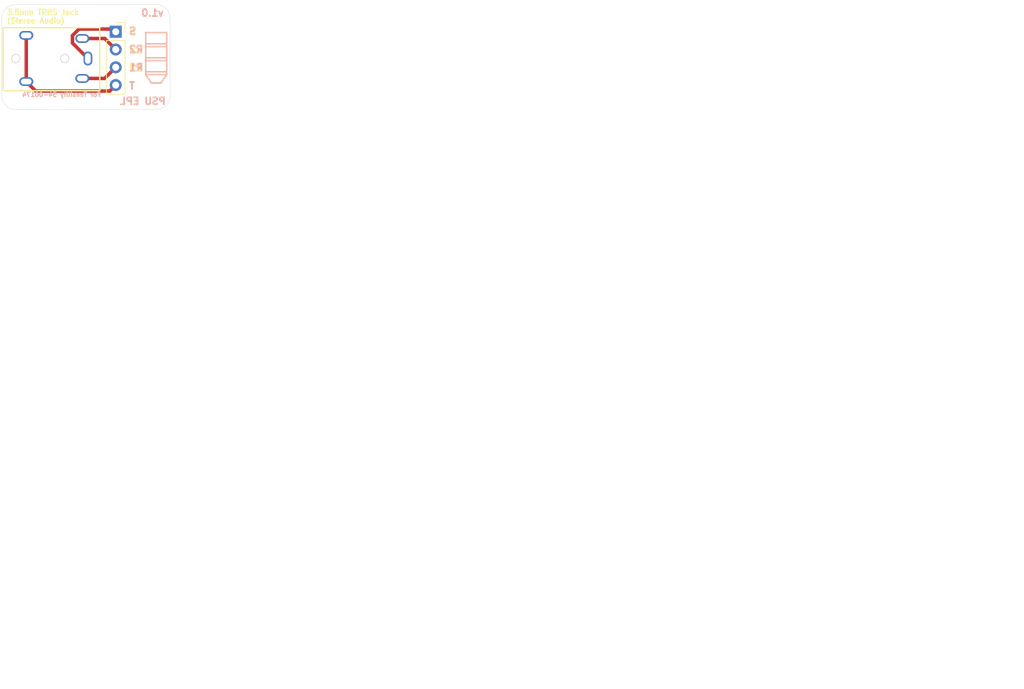
<source format=kicad_pcb>
(kicad_pcb (version 20241229) (generator "pcbnew") (generator_version "9.0")
  (layers (0 "F.Cu" signal) (2 "B.Cu" signal) (13 "F.Paste" user) (15 "B.Paste" user) (5 "F.SilkS" user "F.Silkscreen") (7 "B.SilkS" user "B.Silkscreen") (1 "F.Mask" user) (3 "B.Mask" user) (25 "Edge.Cuts" user))
  (property "AUTHOR" "Asa Anderson")
  (property "BOARD_REV" "1.0")
  (property "BOARD_REV_DATE" "Apr 5 2025")
  (property "GIT_SHORTHASH" "SH_PLHD")
  (property "PROJECT_GIT" "github.com/tandej/3_5mm-jack-breakout")
  (property "SCH_REV" "1.0")
  (property "SCH_REV_DATE" "Apr 3 2025")
  (net 0 "")
  (net 1 "/R1")
  (net 2 "/T")
  (net 3 "/R2")
  (net 4 "/S")
  (footprint "54-00174:tensility-54-00174" (layer "F.Cu") (at 138.75 103.7)
    (property "Reference" "J1" (hide yes))
    (property "Value" "AudioJack4" (hide yes))
    (fp_rect (start 0.2 -4.4) (end 14 4.6) (stroke (width 0.2)) (fill no) (layer "F.SilkS"))
    (fp_circle (center 2 0) (end 2.6 0) (stroke (width 0.1)) (fill no) (layer "Edge.Cuts"))
    (fp_circle (center 9 0) (end 9.6 0) (stroke (width 0.1)) (fill no) (layer "Edge.Cuts"))
    (pad "R1" thru_hole roundrect (at 11.5 2.85) (size 2 1.25) (drill oval 1.5 0.8) (layers "*.Cu" "*.Mask") (roundrect_rratio 0.5) (net 1 "/R1"))
    (pad "R2" thru_hole roundrect (at 11.5 -2.85) (size 2 1.25) (drill oval 1.5 0.8) (layers "*.Cu" "*.Mask") (roundrect_rratio 0.5) (net 3 "/R2"))
    (pad "S" thru_hole roundrect (at 12.3 0 90) (size 2 1.25) (drill oval 1.5 0.8) (layers "*.Cu" "*.Mask") (roundrect_rratio 0.5) (net 4 "/S"))
    (pad "T" thru_hole roundrect (at 3.5 -3.3) (size 2 1.25) (drill oval 1.5 0.8) (layers "*.Cu" "*.Mask") (roundrect_rratio 0.5) (net 2 "/T"))
    (pad "T" thru_hole roundrect (at 3.5 3.3) (size 2 1.25) (drill oval 1.5 0.8) (layers "*.Cu" "*.Mask") (roundrect_rratio 0.5) (net 2 "/T"))
  )
  (footprint "Connector_PinSocket_2.54mm:PinSocket_1x04_P2.54mm_Vertical" (layer "F.Cu") (at 155.025 99.88)
    (property "Reference" "J2" (hide yes))
    (property "Value" "Conn_01x04" (hide yes))
    (fp_line (start -1.33 1.27) (end -1.33 8.95) (stroke (width 0.12)) (layer "F.SilkS"))
    (fp_line (start -1.33 1.27) (end 1.33 1.27) (stroke (width 0.12)) (layer "F.SilkS"))
    (fp_line (start -1.33 8.95) (end 1.33 8.95) (stroke (width 0.12)) (layer "F.SilkS"))
    (fp_line (start 0 -1.33) (end 1.33 -1.33) (stroke (width 0.12)) (layer "F.SilkS"))
    (fp_line (start 1.33 -1.33) (end 1.33 0) (stroke (width 0.12)) (layer "F.SilkS"))
    (fp_line (start 1.33 1.27) (end 1.33 8.95) (stroke (width 0.12)) (layer "F.SilkS"))
    (pad "1" thru_hole rect (at 0 0) (size 1.7 1.7) (drill 1) (layers "*.Cu" "*.Mask") (net 4 "/S"))
    (pad "2" thru_hole circle (at 0 2.54) (size 1.7 1.7) (drill 1) (layers "*.Cu" "*.Mask") (net 3 "/R2"))
    (pad "3" thru_hole circle (at 0 5.08) (size 1.7 1.7) (drill 1) (layers "*.Cu" "*.Mask") (net 1 "/R1"))
    (pad "4" thru_hole circle (at 0 7.62) (size 1.7 1.7) (drill 1) (layers "*.Cu" "*.Mask") (net 2 "/T"))
  )
  (gr_line (start 159.3 106) (end 160.1 107.2) (stroke (width 0.2)) (layer "F.SilkS"))
  (gr_line (start 159.3 100) (end 162.3 100) (stroke (width 0.2)) (layer "F.SilkS"))
  (gr_line (start 162.3 106) (end 159.3 106) (stroke (width 0.2)) (layer "F.SilkS"))
  (gr_line (start 162.3 105.6) (end 159.3 105.6) (stroke (width 0.2)) (layer "F.SilkS"))
  (gr_line (start 159.3 102) (end 159.3 104) (stroke (width 0.2)) (layer "F.SilkS"))
  (gr_line (start 161.5 107.2) (end 162.3 106) (stroke (width 0.2)) (layer "F.SilkS"))
  (gr_line (start 162.3 104) (end 162.3 102) (stroke (width 0.2)) (layer "F.SilkS"))
  (gr_line (start 162.3 100) (end 162.3 102) (stroke (width 0.2)) (layer "F.SilkS"))
  (gr_line (start 159.3 106) (end 159.3 104) (stroke (width 0.2)) (layer "F.SilkS"))
  (gr_line (start 159.3 104) (end 162.3 104) (stroke (width 0.2)) (layer "F.SilkS"))
  (gr_line (start 162.3 101.6) (end 159.3 101.6) (stroke (width 0.2)) (layer "F.SilkS"))
  (gr_line (start 159.3 102) (end 159.3 100) (stroke (width 0.2)) (layer "F.SilkS"))
  (gr_line (start 162.3 102) (end 159.3 102) (stroke (width 0.2)) (layer "F.SilkS"))
  (gr_line (start 162.3 106) (end 162.3 104) (stroke (width 0.2)) (layer "F.SilkS"))
  (gr_line (start 159.3 103.6) (end 162.3 103.6) (stroke (width 0.2)) (layer "F.SilkS"))
  (gr_line (start 160.1 107.2) (end 161.5 107.2) (stroke (width 0.2)) (layer "F.SilkS"))
  (gr_line (start 160.1 107.2) (end 159.3 106) (stroke (width 0.2)) (layer "B.SilkS"))
  (gr_line (start 159.3 106) (end 162.3 106) (stroke (width 0.2)) (layer "B.SilkS"))
  (gr_line (start 162.3 106) (end 162.3 104) (stroke (width 0.2)) (layer "B.SilkS"))
  (gr_line (start 162.3 102) (end 162.3 100) (stroke (width 0.2)) (layer "B.SilkS"))
  (gr_line (start 161.5 107.2) (end 160.1 107.2) (stroke (width 0.2)) (layer "B.SilkS"))
  (gr_line (start 162.3 100) (end 159.3 100) (stroke (width 0.2)) (layer "B.SilkS"))
  (gr_line (start 162.3 103.6) (end 159.3 103.6) (stroke (width 0.2)) (layer "B.SilkS"))
  (gr_line (start 159.3 100) (end 159.3 102) (stroke (width 0.2)) (layer "B.SilkS"))
  (gr_line (start 159.3 106) (end 159.3 104) (stroke (width 0.2)) (layer "B.SilkS"))
  (gr_line (start 162.3 104) (end 159.3 104) (stroke (width 0.2)) (layer "B.SilkS"))
  (gr_line (start 159.3 105.6) (end 162.3 105.6) (stroke (width 0.2)) (layer "B.SilkS"))
  (gr_line (start 159.3 104) (end 159.3 102) (stroke (width 0.2)) (layer "B.SilkS"))
  (gr_line (start 159.3 102) (end 162.3 102) (stroke (width 0.2)) (layer "B.SilkS"))
  (gr_line (start 162.3 106) (end 161.5 107.2) (stroke (width 0.2)) (layer "B.SilkS"))
  (gr_line (start 162.3 102) (end 162.3 104) (stroke (width 0.2)) (layer "B.SilkS"))
  (gr_line (start 159.3 101.6) (end 162.3 101.6) (stroke (width 0.2)) (layer "B.SilkS"))
  (gr_arc (start 140.75 111) (mid 139.335786 110.414214) (end 138.75 109) (stroke (width 0.05)) (layer "Edge.Cuts"))
  (gr_arc (start 138.75 98) (mid 139.335786 96.585786) (end 140.75 96) (stroke (width 0.05)) (layer "Edge.Cuts"))
  (gr_line (start 138.75 109) (end 138.75 98) (stroke (width 0.05)) (layer "Edge.Cuts"))
  (gr_line (start 140.75 96) (end 160.7858 95.985786) (stroke (width 0.05)) (layer "Edge.Cuts"))
  (gr_arc (start 162.785786 108.985786) (mid 162.2 110.4) (end 160.785786 110.985786) (stroke (width 0.05)) (layer "Edge.Cuts"))
  (gr_arc (start 160.785786 95.985786) (mid 162.2 96.571572) (end 162.785786 97.985786) (stroke (width 0.05)) (layer "Edge.Cuts"))
  (gr_line (start 160.785786 110.985786) (end 140.75 111) (stroke (width 0.05)) (layer "Edge.Cuts"))
  (gr_line (start 162.785786 97.985786) (end 162.785786 108.985786) (stroke (width 0.05)) (layer "Edge.Cuts"))
  (gr_text "R1" (at 156.8 105 0) (layer "F.SilkS") (effects (font (size 1 1) (thickness 0.25) (bold yes)) (justify left)))
  (gr_text "S" (at 156.8 99.8 0) (layer "F.SilkS") (effects (font (size 1 1) (thickness 0.25) (bold yes)) (justify left)))
  (gr_text "R2" (at 156.8 102.4 0) (layer "F.SilkS") (effects (font (size 1 1) (thickness 0.25) (bold yes)) (justify left)))
  (gr_text "3.5mm TRRS Jack\n(Stereo Audio)" (at 139.4 98.75 0) (layer "F.SilkS") (effects (font (size 0.75 0.75) (thickness 0.1875) (bold yes)) (justify left bottom)))
  (gr_text "T" (at 156.8 107.6 0) (layer "F.SilkS") (effects (font (size 1 1) (thickness 0.25) (bold yes)) (justify left)))
  (gr_text "v${BOARD_REV}" (at 162 97.2 0) (layer "B.SilkS") (effects (font (size 1 1) (thickness 0.25) (bold yes)) (justify left mirror)))
  (gr_text "For Tensility 54-00174" (at 153 108.5 0) (layer "B.SilkS") (effects (font (size 0.625 0.625) (thickness 0.15625) (bold yes)) (justify left top mirror)))
  (gr_text "S" (at 156.8 99.8 0) (layer "B.SilkS") (effects (font (size 1 1) (thickness 0.25) (bold yes)) (justify right mirror)))
  (gr_text "R1" (at 156.8 105 0) (layer "B.SilkS") (effects (font (size 1 1) (thickness 0.25) (bold yes)) (justify right mirror)))
  (gr_text "PSU EPL" (at 162.3 109.8 0) (layer "B.SilkS") (effects (font (size 1 1) (thickness 0.25) (bold yes)) (justify left mirror)))
  (gr_text "R2" (at 156.8 102.4 0) (layer "B.SilkS") (effects (font (size 1 1) (thickness 0.25) (bold yes)) (justify right mirror)))
  (gr_text "T" (at 156.8 107.6 0) (layer "B.SilkS") (effects (font (size 1 1) (thickness 0.25) (bold yes)) (justify right mirror)))
  (segment (start 150.25 106.55) (end 153.435 106.55) (width 0.5) (layer "F.Cu") (net 1))
  (segment (start 153.435 106.55) (end 155.025 104.96) (width 0.5) (layer "F.Cu") (net 1))
  (segment (start 143.6 108.35) (end 142.25 107) (width 0.5) (layer "F.Cu") (net 2))
  (segment (start 142.25 107) (end 142.25 100.4) (width 0.5) (layer "F.Cu") (net 2))
  (segment (start 154.175 108.35) (end 143.6 108.35) (width 0.5) (layer "F.Cu") (net 2))
  (segment (start 155.025 107.5) (end 154.175 108.35) (width 0.5) (layer "F.Cu") (net 2))
  (segment (start 153.455 100.85) (end 155.025 102.42) (width 0.5) (layer "F.Cu") (net 3))
  (segment (start 150.25 100.85) (end 153.455 100.85) (width 0.5) (layer "F.Cu") (net 3))
  (segment (start 154.645 99.5) (end 155.025 99.88) (width 0.5) (layer "F.Cu") (net 4))
  (segment (start 148.8466 101.4966) (end 148.8466 100.424022) (width 0.5) (layer "F.Cu") (net 4))
  (segment (start 151.05 103.7) (end 148.8466 101.4966) (width 0.5) (layer "F.Cu") (net 4))
  (segment (start 148.8466 100.424022) (end 149.770622 99.5) (width 0.5) (layer "F.Cu") (net 4))
  (segment (start 149.770622 99.5) (end 154.645 99.5) (width 0.5) (layer "F.Cu") (net 4))
)
</source>
